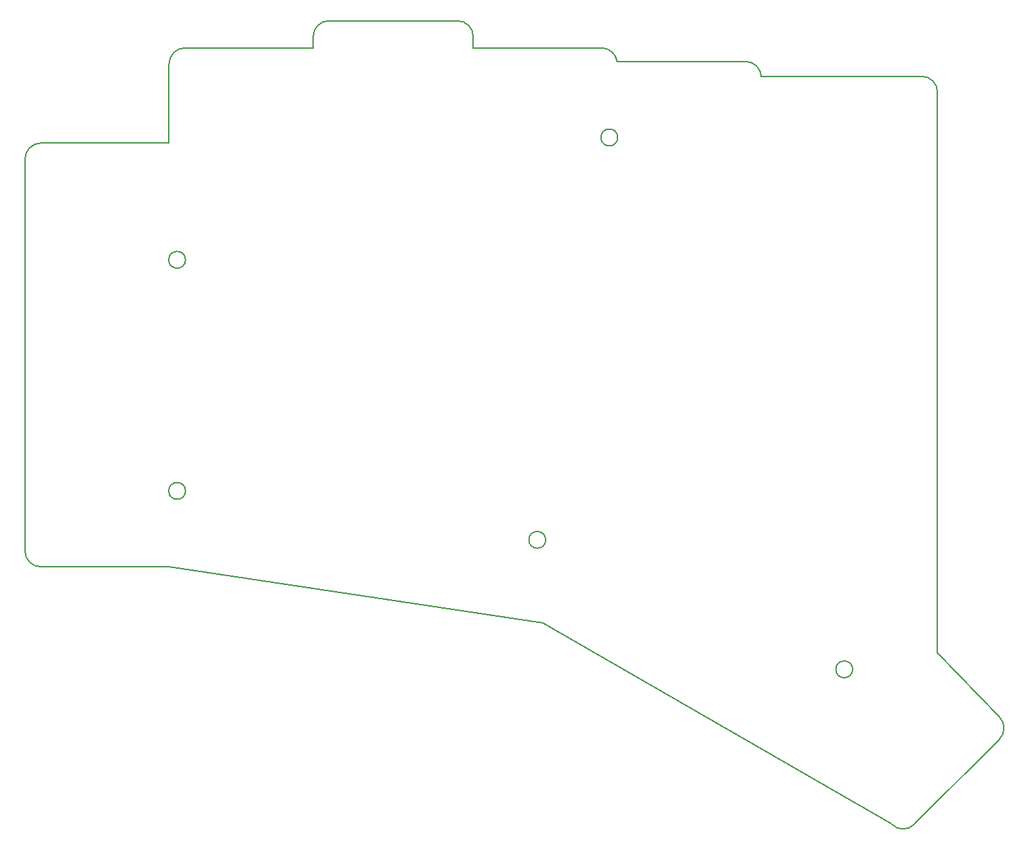
<source format=gbr>
G04 #@! TF.GenerationSoftware,KiCad,Pcbnew,5.1.5+dfsg1-2build2*
G04 #@! TF.CreationDate,2021-10-14T21:44:15+00:00*
G04 #@! TF.ProjectId,bottom_plate,626f7474-6f6d-45f7-906c-6174652e6b69,VERSION_HERE*
G04 #@! TF.SameCoordinates,Original*
G04 #@! TF.FileFunction,Copper,L1,Top*
G04 #@! TF.FilePolarity,Positive*
%FSLAX46Y46*%
G04 Gerber Fmt 4.6, Leading zero omitted, Abs format (unit mm)*
G04 Created by KiCad (PCBNEW 5.1.5+dfsg1-2build2) date 2021-10-14 21:44:15*
%MOMM*%
%LPD*%
G04 APERTURE LIST*
G04 #@! TA.AperFunction,Profile*
%ADD10C,0.150000*%
G04 #@! TD*
G04 APERTURE END LIST*
D10*
X10000000Y-9500000D02*
X26000000Y-9500000D01*
X8000000Y-7500000D02*
X8000000Y41500000D01*
X10000000Y-9500000D02*
G75*
G02X8000000Y-7500000I0J2000000D01*
G01*
X26000000Y43500000D02*
X10000000Y43500000D01*
X8000000Y41500000D02*
G75*
G02X10000000Y43500000I2000000J0D01*
G01*
X44000000Y55400000D02*
X28000000Y55400000D01*
X26000000Y53400000D02*
G75*
G02X28000000Y55400000I2000000J0D01*
G01*
X26000000Y53400000D02*
X26000000Y43500000D01*
X64000000Y55400000D02*
X64000000Y56800000D01*
X62000000Y58800000D02*
G75*
G02X64000000Y56800000I0J-2000000D01*
G01*
X62000000Y58800000D02*
X46000000Y58800000D01*
X44000000Y56800000D02*
G75*
G02X46000000Y58800000I2000000J0D01*
G01*
X44000000Y56800000D02*
X44000000Y55400000D01*
X80000000Y55400000D02*
G75*
G02X81977391Y53699872I0J-2000000D01*
G01*
X80000000Y55400000D02*
X64000000Y55400000D01*
X98000000Y53700000D02*
G75*
G02X99994367Y51850000I0J-2000000D01*
G01*
X98000000Y53700000D02*
X82000000Y53700000D01*
X81977391Y53699872D02*
G75*
G02X82000000Y53700000I22609J-1999872D01*
G01*
X119117258Y-41686664D02*
G75*
G02X116288831Y-41686665I-1414214J1414213D01*
G01*
X119117258Y-41686665D02*
X129723860Y-31080063D01*
X129723859Y-28251636D02*
G75*
G02X129723860Y-31080063I-1414213J-1414214D01*
G01*
X122000000Y-20208734D02*
X129723860Y-28251636D01*
X116288831Y-41686665D02*
X72707107Y-16524745D01*
X72707107Y-16524745D02*
X26000000Y-9500000D01*
X122000000Y-20208734D02*
X122000000Y49850000D01*
X120000000Y51850000D02*
G75*
G02X122000000Y49850000I0J-2000000D01*
G01*
X120000000Y51850000D02*
X99994367Y51850000D01*
X28050000Y28900000D02*
G75*
G03X28050000Y28900000I-1050000J0D01*
G01*
X28050000Y0D02*
G75*
G03X28050000Y0I-1050000J0D01*
G01*
X82050000Y44200000D02*
G75*
G03X82050000Y44200000I-1050000J0D01*
G01*
X73050000Y-6120000D02*
G75*
G03X73050000Y-6120000I-1050000J0D01*
G01*
X111399134Y-22311939D02*
G75*
G03X111399134Y-22311939I-1050000J0D01*
G01*
M02*

</source>
